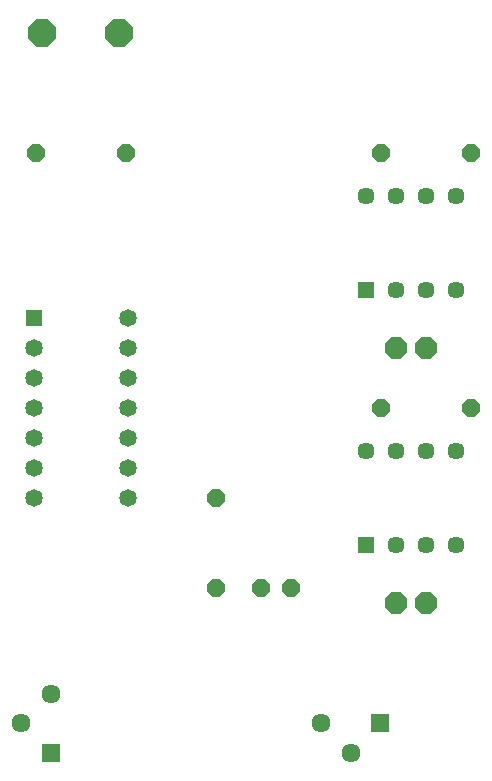
<source format=gbs>
G04 EAGLE Gerber RS-274X export*
G75*
%MOMM*%
%FSLAX34Y34*%
%LPD*%
%INSoldermask Bottom*%
%IPPOS*%
%AMOC8*
5,1,8,0,0,1.08239X$1,22.5*%
G01*
%ADD10P,1.951982X8X22.500000*%
%ADD11P,1.649562X8X202.500000*%
%ADD12P,1.649562X8X112.500000*%
%ADD13P,1.649562X8X22.500000*%
%ADD14R,1.611200X1.611200*%
%ADD15C,1.611200*%
%ADD16R,1.481200X1.481200*%
%ADD17C,1.481200*%
%ADD18R,1.451200X1.451200*%
%ADD19C,1.451200*%
%ADD20P,2.556822X8X22.500000*%


D10*
X368300Y177800D03*
X393700Y177800D03*
X368300Y393700D03*
X393700Y393700D03*
D11*
X279400Y190500D03*
X254000Y190500D03*
D12*
X215900Y190500D03*
X215900Y266700D03*
D13*
X355600Y342900D03*
X431800Y342900D03*
D11*
X431800Y558800D03*
X355600Y558800D03*
X139700Y558800D03*
X63500Y558800D03*
D14*
X76200Y51200D03*
D15*
X51200Y76200D03*
X76200Y101200D03*
D14*
X355200Y76200D03*
D15*
X330200Y51200D03*
X305200Y76200D03*
D16*
X61900Y419100D03*
D17*
X61900Y393700D03*
X61900Y368300D03*
X61900Y342900D03*
X61900Y317500D03*
X61900Y292100D03*
X61900Y266700D03*
X141300Y266700D03*
X141300Y292100D03*
X141300Y317500D03*
X141300Y342900D03*
X141300Y368300D03*
X141300Y393700D03*
X141300Y419100D03*
D18*
X342900Y442900D03*
D19*
X368300Y442900D03*
X393700Y442900D03*
X419100Y442900D03*
X419100Y522300D03*
X393700Y522300D03*
X368300Y522300D03*
X342900Y522300D03*
D18*
X342900Y227000D03*
D19*
X368300Y227000D03*
X393700Y227000D03*
X419100Y227000D03*
X419100Y306400D03*
X393700Y306400D03*
X368300Y306400D03*
X342900Y306400D03*
D20*
X69088Y660400D03*
X134112Y660400D03*
M02*

</source>
